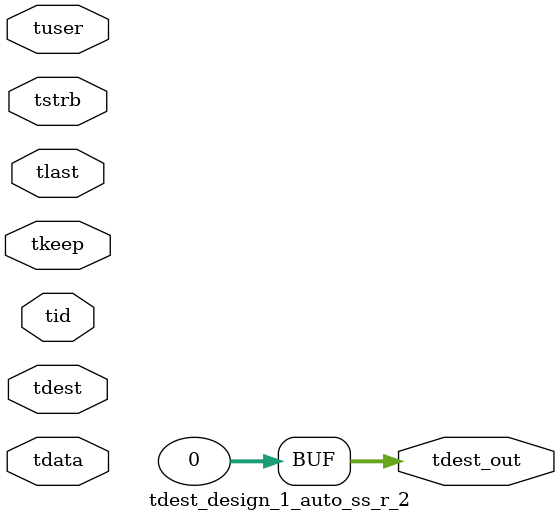
<source format=v>


`timescale 1ps/1ps

module tdest_design_1_auto_ss_r_2 #
(
parameter C_S_AXIS_TDATA_WIDTH = 32,
parameter C_S_AXIS_TUSER_WIDTH = 0,
parameter C_S_AXIS_TID_WIDTH   = 0,
parameter C_S_AXIS_TDEST_WIDTH = 0,
parameter C_M_AXIS_TDEST_WIDTH = 32
)
(
input  [(C_S_AXIS_TDATA_WIDTH == 0 ? 1 : C_S_AXIS_TDATA_WIDTH)-1:0     ] tdata,
input  [(C_S_AXIS_TUSER_WIDTH == 0 ? 1 : C_S_AXIS_TUSER_WIDTH)-1:0     ] tuser,
input  [(C_S_AXIS_TID_WIDTH   == 0 ? 1 : C_S_AXIS_TID_WIDTH)-1:0       ] tid,
input  [(C_S_AXIS_TDEST_WIDTH == 0 ? 1 : C_S_AXIS_TDEST_WIDTH)-1:0     ] tdest,
input  [(C_S_AXIS_TDATA_WIDTH/8)-1:0 ] tkeep,
input  [(C_S_AXIS_TDATA_WIDTH/8)-1:0 ] tstrb,
input                                                                    tlast,
output [C_M_AXIS_TDEST_WIDTH-1:0] tdest_out
);

assign tdest_out = {1'b0};

endmodule


</source>
